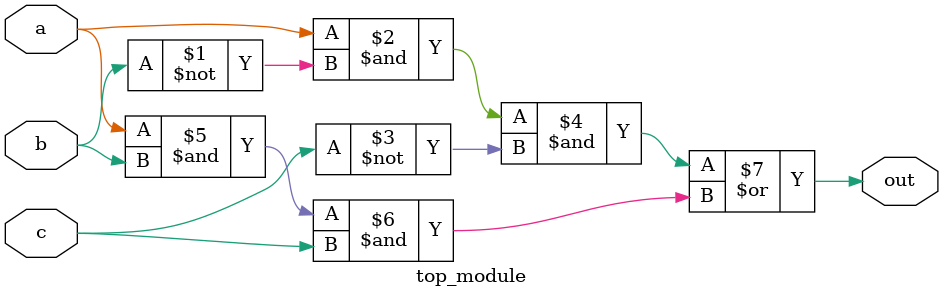
<source format=sv>
module top_module(
    input a, 
    input b,
    input c,
    output out
);

assign out = (a & ~b & ~c) | (a & b & c);

endmodule

</source>
